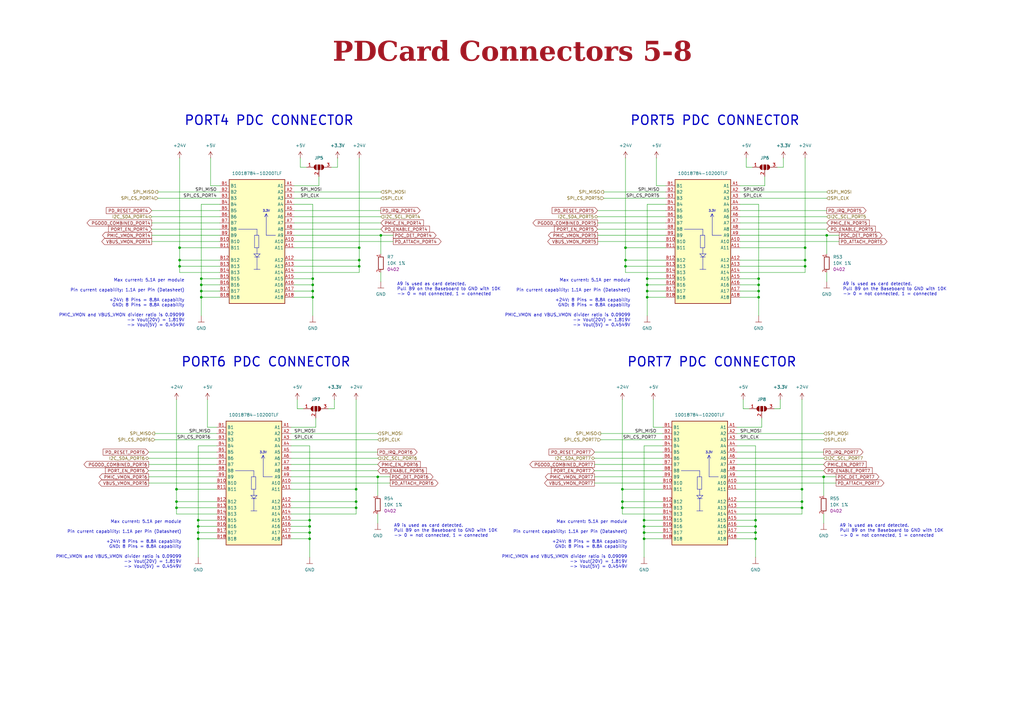
<source format=kicad_sch>
(kicad_sch (version 20250114) (generator "eeschema") (generator_version "9.0")
  (paper "A3")
  (title_block (title "PDCard Connectors 5-8") (date "2026-02-05") (rev "1.0.0") (company "DvidMakesThings"))
  (lib_symbols
    (symbol "DS_Connector:PCIe 1x Connector" (exclude_from_sim yes) (in_bom no)
      (property "Value" "10018784-10200TLF" (at -1.778 -9.144 0))
      (symbol "PCIe 1x Connector_0_1"
        (rectangle (start -3.81 43.18) (end 19.05 -7.62) (stroke (width 0.254)) (fill (type background)))
      )
      (symbol "PCIe 1x Connector_1_1"
        (pin passive line (at -7.62 40.64 0) (length 3.81) (name "B1") (number "B1"))
        (pin passive line (at -7.62 38.1 0) (length 3.81) (name "B2") (number "B2"))
        (pin passive line (at -7.62 35.56 0) (length 3.81) (name "B3") (number "B3"))
        (pin passive line (at -7.62 33.02 0) (length 3.81) (name "B4") (number "B4"))
        (pin passive line (at -7.62 30.48 0) (length 3.81) (name "B5") (number "B5"))
        (pin passive line (at -7.62 27.94 0) (length 3.81) (name "B6") (number "B6"))
        (pin passive line (at -7.62 25.4 0) (length 3.81) (name "B7") (number "B7"))
        (pin passive line (at -7.62 22.86 0) (length 3.81) (name "B8") (number "B8"))
        (pin passive line (at -7.62 20.32 0) (length 3.81) (name "B9") (number "B9"))
        (pin passive line (at -7.62 17.78 0) (length 3.81) (name "B10") (number "B10"))
        (pin passive line (at -7.62 15.24 0) (length 3.81) (name "B11") (number "B11"))
        (pin passive line (at -7.62 10.16 0) (length 3.81) (name "B12") (number "B12"))
        (pin passive line (at -7.62 7.62 0) (length 3.81) (name "B13") (number "B13"))
        (pin passive line (at -7.62 5.08 0) (length 3.81) (name "B13") (number "B14"))
        (pin passive line (at -7.62 2.54 0) (length 3.81) (name "B15") (number "B15"))
        (pin passive line (at -7.62 0 0) (length 3.81) (name "B16") (number "B16"))
        (pin passive line (at -7.62 -2.54 0) (length 3.81) (name "B17") (number "B17"))
        (pin passive line (at -7.62 -5.08 0) (length 3.81) (name "B18") (number "B18"))
        (pin passive line (at 22.86 40.64 180) (length 3.81) (name "A1") (number "A1"))
        (pin passive line (at 22.86 38.1 180) (length 3.81) (name "A2") (number "A2"))
        (pin passive line (at 22.86 35.56 180) (length 3.81) (name "A3") (number "A3"))
        (pin passive line (at 22.86 33.02 180) (length 3.81) (name "A4") (number "A4"))
        (pin passive line (at 22.86 30.48 180) (length 3.81) (name "A5") (number "A5"))
        (pin passive line (at 22.86 27.94 180) (length 3.81) (name "A6") (number "A6"))
        (pin passive line (at 22.86 25.4 180) (length 3.81) (name "A7") (number "A7"))
        (pin passive line (at 22.86 22.86 180) (length 3.81) (name "A8") (number "A8"))
        (pin passive line (at 22.86 20.32 180) (length 3.81) (name "A9") (number "A9"))
        (pin passive line (at 22.86 17.78 180) (length 3.81) (name "A10") (number "A10"))
        (pin passive line (at 22.86 15.24 180) (length 3.81) (name "A11") (number "A11"))
        (pin passive line (at 22.86 10.16 180) (length 3.81) (name "A12") (number "A12"))
        (pin passive line (at 22.86 7.62 180) (length 3.81) (name "A13") (number "A13"))
        (pin passive line (at 22.86 5.08 180) (length 3.81) (name "A14") (number "A14"))
        (pin passive line (at 22.86 2.54 180) (length 3.81) (name "A15") (number "A15"))
        (pin passive line (at 22.86 0 180) (length 3.81) (name "A16") (number "A16"))
        (pin passive line (at 22.86 -2.54 180) (length 3.81) (name "A17") (number "A17"))
        (pin passive line (at 22.86 -5.08 180) (length 3.81) (name "A18") (number "A18"))
      )
    )
    (symbol "DS_Resistor_0402:10K 1% 0402"
      (property "Reference" "R" (at 2.032 2.032 0))
      (property "Value" "10K 1%" (at 2.032 0 0))
      (property "FOOTPRINT_SHORT" "0402" (at 2.032 -2.032 0))
      (symbol "10K 1% 0402_0_1"
        (rectangle (start -1.016 2.54) (end 1.016 -2.54) (stroke (width 0.254)))
      )
      (symbol "10K 1% 0402_1_1"
        (pin passive line (at 0 3.81 270) (length 1.27) (name "~") (number "1"))
        (pin passive line (at 0 -3.81 90) (length 1.27) (name "~") (number "2"))
      )
    )
    (symbol "DS_Supply:GND" (power) (pin_numbers (hide yes)) (pin_names (offset 0) (hide yes))
      (property "Value" "GND" (at 0 -3.81 0))
      (symbol "GND_0_1"
        (polyline (pts (xy 0 0) (xy 0 -2.54) (xy 1.27 -2.54) (xy 0 -2.54) (xy -1.27 -2.54) (xy 0 -2.54)))
      )
      (symbol "GND_1_1"
        (pin power_in line (at 0 0 270) (length 0) (name "~") (number "1"))
      )
    )
    (symbol "Jumper:SolderJumper_3_Open" (pin_names (offset 0) (hide yes)) (in_bom no)
      (property "Reference" "JP" (at -2.54 -2.54 0))
      (property "Value" "SolderJumper_3_Open" (at 0 2.794 0))
      (symbol "SolderJumper_3_Open_0_1"
        (polyline (pts (xy -2.54 0) (xy -2.032 0)))
        (polyline (pts (xy -1.016 1.016) (xy -1.016 -1.016)))
        (arc (start -1.016 -1.016) (mid -2.0276 0) (end -1.016 1.016))
        (arc (start -1.016 -1.016) (mid -2.0276 0) (end -1.016 1.016) (fill (type outline)))
        (rectangle (start -0.508 1.016) (end 0.508 -1.016) (fill (type outline)))
        (polyline (pts (xy 0 -1.27) (xy 0 -1.016)))
        (arc (start 1.016 1.016) (mid 2.0276 0) (end 1.016 -1.016))
        (arc (start 1.016 1.016) (mid 2.0276 0) (end 1.016 -1.016) (fill (type outline)))
        (polyline (pts (xy 1.016 1.016) (xy 1.016 -1.016)))
        (polyline (pts (xy 2.54 0) (xy 2.032 0)))
      )
      (symbol "SolderJumper_3_Open_1_1"
        (pin passive line (at -5.08 0 0) (length 2.54) (name "A") (number "1"))
        (pin passive line (at 0 -3.81 90) (length 2.54) (name "C") (number "2"))
        (pin passive line (at 5.08 0 180) (length 2.54) (name "B") (number "3"))
      )
    )
    (symbol "power:+24V" (power) (pin_numbers (hide yes)) (pin_names (offset 0) (hide yes))
      (property "Value" "+24V" (at 0 3.556 0))
      (symbol "+24V_0_1"
        (polyline (pts (xy -0.762 1.27) (xy 0 2.54)))
        (polyline (pts (xy 0 2.54) (xy 0.762 1.27)))
        (polyline (pts (xy 0 0) (xy 0 2.54)))
      )
      (symbol "+24V_1_1"
        (pin power_in line (at 0 0 90) (length 0) (name "~") (number "1"))
      )
    )
    (symbol "power:+3.3V" (power) (pin_numbers (hide yes)) (pin_names (offset 0) (hide yes))
      (property "Value" "+3.3V" (at 0 3.556 0))
      (symbol "+3.3V_0_1"
        (polyline (pts (xy -0.762 1.27) (xy 0 2.54)))
        (polyline (pts (xy 0 2.54) (xy 0.762 1.27)))
        (polyline (pts (xy 0 0) (xy 0 2.54)))
      )
      (symbol "+3.3V_1_1"
        (pin power_in line (at 0 0 90) (length 0) (name "~") (number "1"))
      )
    )
    (symbol "power:+5V" (power) (pin_numbers (hide yes)) (pin_names (offset 0) (hide yes))
      (property "Value" "+5V" (at 0 3.556 0))
      (symbol "+5V_0_1"
        (polyline (pts (xy -0.762 1.27) (xy 0 2.54)))
        (polyline (pts (xy 0 2.54) (xy 0.762 1.27)))
        (polyline (pts (xy 0 0) (xy 0 2.54)))
      )
      (symbol "+5V_1_1"
        (pin power_in line (at 0 0 90) (length 0) (name "~") (number "1"))
      )
    )
  )
  (text "A9 is used as card detected.\nPull B9 on the Baseboard to GND with 10K\n-> 0 = not connected, 1 = connected" (at 161.544 217.678 0) (effects (font (size 1.27 1.27)) (justify left)))
  (text "Max current: 5.1A per module\n\nPin current capability: 1.1A per Pin (Datasheet)\n\n+24V: 8 Pins = 8.8A capability\nGND: 8 Pins = 8.8A capability\n\nPMIC_VMON and VBUS_VMON divider ratio is 0.09099\n-> Vout(20V) = 1.819V\n-> Vout(5V) = 0.4549V" (at 75.692 124.206 0) (effects (font (size 1.27 1.27)) (justify right)))
  (text "3.3V" (at 109.22 86.614 0) (effects (font (size 0.889 0.889))))
  (text "PORT5 PDC CONNECTOR" (at 258.318 49.53 0) (effects (font (size 3.81 3.81) (thickness 0.508) (bold yes)) (justify left)))
  (text "3.3V" (at 290.83 185.674 0) (effects (font (size 0.889 0.889))))
  (text "A9 is used as card detected.\nPull B9 on the Baseboard to GND with 10K\n-> 0 = not connected, 1 = connected" (at 344.424 217.678 0) (effects (font (size 1.27 1.27)) (justify left)))
  (text "PORT7 PDC CONNECTOR" (at 257.048 148.59 0) (effects (font (size 3.81 3.81) (thickness 0.508) (bold yes)) (justify left)))
  (text "Max current: 5.1A per module\n\nPin current capability: 1.1A per Pin (Datasheet)\n\n+24V: 8 Pins = 8.8A capability\nGND: 8 Pins = 8.8A capability\n\nPMIC_VMON and VBUS_VMON divider ratio is 0.09099\n-> Vout(20V) = 1.819V\n-> Vout(5V) = 0.4549V" (at 258.572 124.206 0) (effects (font (size 1.27 1.27)) (justify right)))
  (text "3.3V" (at 292.1 86.614 0) (effects (font (size 0.889 0.889))))
  (text "A9 is used as card detected.\nPull B9 on the Baseboard to GND with 10K\n-> 0 = not connected, 1 = connected" (at 345.694 118.618 0) (effects (font (size 1.27 1.27)) (justify left)))
  (text "PORT4 PDC CONNECTOR" (at 75.438 49.53 0) (effects (font (size 3.81 3.81) (thickness 0.508) (bold yes)) (justify left)))
  (text "A9 is used as card detected.\nPull B9 on the Baseboard to GND with 10K\n-> 0 = not connected, 1 = connected" (at 162.814 118.618 0) (effects (font (size 1.27 1.27)) (justify left)))
  (text "PORT6 PDC CONNECTOR" (at 74.168 148.59 0) (effects (font (size 3.81 3.81) (thickness 0.508) (bold yes)) (justify left)))
  (text "3.3V" (at 107.95 185.674 0) (effects (font (size 0.889 0.889))))
  (text "Max current: 5.1A per module\n\nPin current capability: 1.1A per Pin (Datasheet)\n\n+24V: 8 Pins = 8.8A capability\nGND: 8 Pins = 8.8A capability\n\nPMIC_VMON and VBUS_VMON divider ratio is 0.09099\n-> Vout(20V) = 1.819V\n-> Vout(5V) = 0.4549V" (at 257.302 223.266 0) (effects (font (size 1.27 1.27)) (justify right)))
  (text "Max current: 5.1A per module\n\nPin current capability: 1.1A per Pin (Datasheet)\n\n+24V: 8 Pins = 8.8A capability\nGND: 8 Pins = 8.8A capability\n\nPMIC_VMON and VBUS_VMON divider ratio is 0.09099\n-> Vout(20V) = 1.819V\n-> Vout(5V) = 0.4549V" (at 74.422 223.266 0) (effects (font (size 1.27 1.27)) (justify right)))
  (text_box "PDCard Connectors 5-8" (at 12.7 15.24 0) (size 394.97 12.7) (margins 5.9999 5.9999 5.9999 5.9999) (stroke (width -0.0001)) (effects (font (size 8 8) (thickness 1.2) (bold yes))))
  (junction (at 328.93 208.28))
  (junction (at 311.15 121.92))
  (junction (at 82.55 116.84))
  (junction (at 73.66 101.6))
  (junction (at 255.27 208.28))
  (junction (at 154.94 195.58))
  (junction (at 309.88 218.44))
  (junction (at 265.43 121.92))
  (junction (at 256.54 109.22))
  (junction (at 256.54 106.68))
  (junction (at 264.16 220.98))
  (junction (at 311.15 119.38))
  (junction (at 311.15 114.3))
  (junction (at 256.54 101.6))
  (junction (at 147.32 106.68))
  (junction (at 72.39 205.74))
  (junction (at 127 218.44))
  (junction (at 309.88 215.9))
  (junction (at 146.05 205.74))
  (junction (at 81.28 218.44))
  (junction (at 147.32 109.22))
  (junction (at 82.55 114.3))
  (junction (at 311.15 116.84))
  (junction (at 330.2 101.6))
  (junction (at 264.16 218.44))
  (junction (at 72.39 208.28))
  (junction (at 82.55 121.92))
  (junction (at 147.32 101.6))
  (junction (at 265.43 119.38))
  (junction (at 82.55 119.38))
  (junction (at 339.09 96.52))
  (junction (at 309.88 213.36))
  (junction (at 255.27 205.74))
  (junction (at 146.05 200.66))
  (junction (at 146.05 208.28))
  (junction (at 328.93 205.74))
  (junction (at 81.28 220.98))
  (junction (at 73.66 106.68))
  (junction (at 128.27 121.92))
  (junction (at 255.27 200.66))
  (junction (at 128.27 119.38))
  (junction (at 330.2 109.22))
  (junction (at 127 215.9))
  (junction (at 337.82 195.58))
  (junction (at 265.43 116.84))
  (junction (at 73.66 109.22))
  (junction (at 328.93 200.66))
  (junction (at 128.27 116.84))
  (junction (at 330.2 106.68))
  (junction (at 264.16 213.36))
  (junction (at 72.39 200.66))
  (junction (at 264.16 215.9))
  (junction (at 309.88 220.98))
  (junction (at 128.27 114.3))
  (junction (at 127 213.36))
  (junction (at 265.43 114.3))
  (junction (at 81.28 215.9))
  (junction (at 156.21 96.52))
  (junction (at 81.28 213.36))
  (junction (at 127 220.98))
  (wire (pts (xy 328.93 208.28) (xy 328.93 210.82)))
  (wire (pts (xy 243.84 198.12) (xy 271.78 198.12)))
  (polyline (pts (xy 104.394 105.41) (xy 106.426 105.41)))
  (wire (pts (xy 154.94 214.63) (xy 154.94 210.82)))
  (wire (pts (xy 62.23 88.9) (xy 90.17 88.9)))
  (wire (pts (xy 247.65 81.28) (xy 273.05 81.28)))
  (wire (pts (xy 81.28 213.36) (xy 81.28 215.9)))
  (wire (pts (xy 121.92 167.64) (xy 124.46 167.64)))
  (wire (pts (xy 303.53 88.9) (xy 339.09 88.9)))
  (wire (pts (xy 246.38 180.34) (xy 271.78 180.34)))
  (wire (pts (xy 156.21 115.57) (xy 156.21 111.76)))
  (wire (pts (xy 119.38 220.98) (xy 127 220.98)))
  (wire (pts (xy 337.82 214.63) (xy 337.82 210.82)))
  (wire (pts (xy 264.16 215.9) (xy 271.78 215.9)))
  (polyline (pts (xy 287.02 104.14) (xy 288.29 105.41)))
  (polyline (pts (xy 291.465 88.9) (xy 292.1 87.63)))
  (polyline (pts (xy 104.14 200.66) (xy 104.14 203.2)))
  (polyline (pts (xy 285.75 209.55) (xy 288.29 209.55)))
  (wire (pts (xy 309.88 182.88) (xy 309.88 213.36)))
  (wire (pts (xy 302.26 190.5) (xy 337.82 190.5)))
  (wire (pts (xy 302.26 210.82) (xy 328.93 210.82)))
  (wire (pts (xy 311.15 121.92) (xy 311.15 129.54)))
  (wire (pts (xy 137.16 163.83) (xy 137.16 167.64)))
  (wire (pts (xy 265.43 83.82) (xy 265.43 114.3)))
  (polyline (pts (xy 104.14 204.47) (xy 105.41 203.2)))
  (wire (pts (xy 119.38 198.12) (xy 160.02 198.12)))
  (wire (pts (xy 90.17 111.76) (xy 73.66 111.76)))
  (wire (pts (xy 245.11 99.06) (xy 273.05 99.06)))
  (wire (pts (xy 82.55 114.3) (xy 82.55 116.84)))
  (polyline (pts (xy 105.41 96.52) (xy 106.172 96.52)))
  (wire (pts (xy 265.43 119.38) (xy 273.05 119.38)))
  (polyline (pts (xy 97.79 93.98) (xy 105.41 93.98)))
  (polyline (pts (xy 109.22 87.63) (xy 109.22 96.52)))
  (polyline (pts (xy 287.274 96.52) (xy 287.274 101.6)))
  (wire (pts (xy 119.38 218.44) (xy 127 218.44)))
  (wire (pts (xy 147.32 106.68) (xy 147.32 109.22)))
  (wire (pts (xy 81.28 218.44) (xy 81.28 220.98)))
  (polyline (pts (xy 287.274 105.41) (xy 289.306 105.41)))
  (polyline (pts (xy 108.585 88.9) (xy 109.22 87.63)))
  (polyline (pts (xy 290.83 195.58) (xy 294.64 195.58)))
  (wire (pts (xy 120.65 81.28) (xy 156.21 81.28)))
  (wire (pts (xy 60.96 195.58) (xy 88.9 195.58)))
  (wire (pts (xy 81.28 220.98) (xy 88.9 220.98)))
  (wire (pts (xy 309.88 215.9) (xy 309.88 218.44)))
  (wire (pts (xy 267.97 163.83) (xy 267.97 175.26)))
  (wire (pts (xy 120.65 116.84) (xy 128.27 116.84)))
  (wire (pts (xy 81.28 215.9) (xy 81.28 218.44)))
  (wire (pts (xy 147.32 106.68) (xy 147.32 101.6)))
  (wire (pts (xy 273.05 114.3) (xy 265.43 114.3)))
  (wire (pts (xy 245.11 86.36) (xy 273.05 86.36)))
  (wire (pts (xy 72.39 210.82) (xy 72.39 208.28)))
  (wire (pts (xy 120.65 121.92) (xy 128.27 121.92)))
  (wire (pts (xy 60.96 185.42) (xy 88.9 185.42)))
  (wire (pts (xy 138.43 64.77) (xy 138.43 68.58)))
  (wire (pts (xy 88.9 210.82) (xy 72.39 210.82)))
  (polyline (pts (xy 280.67 93.98) (xy 288.29 93.98)))
  (wire (pts (xy 271.78 208.28) (xy 255.27 208.28)))
  (wire (pts (xy 273.05 109.22) (xy 256.54 109.22)))
  (wire (pts (xy 264.16 182.88) (xy 264.16 213.36)))
  (wire (pts (xy 82.55 116.84) (xy 82.55 119.38)))
  (wire (pts (xy 330.2 101.6) (xy 330.2 64.77)))
  (wire (pts (xy 88.9 205.74) (xy 72.39 205.74)))
  (wire (pts (xy 302.26 215.9) (xy 309.88 215.9)))
  (polyline (pts (xy 287.02 204.47) (xy 288.29 203.2)))
  (wire (pts (xy 302.26 200.66) (xy 328.93 200.66)))
  (wire (pts (xy 273.05 83.82) (xy 265.43 83.82)))
  (wire (pts (xy 303.53 91.44) (xy 339.09 91.44)))
  (wire (pts (xy 320.04 163.83) (xy 320.04 167.64)))
  (wire (pts (xy 120.65 76.2) (xy 130.81 76.2)))
  (polyline (pts (xy 292.1 87.63) (xy 292.1 96.52)))
  (wire (pts (xy 120.65 109.22) (xy 147.32 109.22)))
  (wire (pts (xy 311.15 116.84) (xy 311.15 119.38)))
  (wire (pts (xy 73.66 101.6) (xy 73.66 106.68)))
  (polyline (pts (xy 287.02 104.14) (xy 289.56 104.14)))
  (wire (pts (xy 303.53 93.98) (xy 339.09 93.98)))
  (wire (pts (xy 245.11 88.9) (xy 273.05 88.9)))
  (wire (pts (xy 309.88 220.98) (xy 309.88 228.6)))
  (polyline (pts (xy 107.315 187.96) (xy 107.95 186.69)))
  (polyline (pts (xy 107.315 187.96) (xy 107.95 186.69)))
  (wire (pts (xy 128.27 114.3) (xy 128.27 116.84)))
  (wire (pts (xy 127 182.88) (xy 127 213.36)))
  (polyline (pts (xy 105.41 96.52) (xy 104.394 96.52)))
  (wire (pts (xy 134.62 167.64) (xy 137.16 167.64)))
  (wire (pts (xy 62.23 91.44) (xy 90.17 91.44)))
  (wire (pts (xy 264.16 220.98) (xy 264.16 228.6)))
  (polyline (pts (xy 107.95 186.69) (xy 107.95 195.58)))
  (wire (pts (xy 120.65 111.76) (xy 147.32 111.76)))
  (wire (pts (xy 90.17 106.68) (xy 73.66 106.68)))
  (wire (pts (xy 302.26 220.98) (xy 309.88 220.98)))
  (wire (pts (xy 303.53 96.52) (xy 339.09 96.52)))
  (wire (pts (xy 154.94 195.58) (xy 154.94 203.2)))
  (polyline (pts (xy 290.83 186.69) (xy 290.83 195.58)))
  (wire (pts (xy 119.38 195.58) (xy 154.94 195.58)))
  (wire (pts (xy 330.2 109.22) (xy 330.2 111.76)))
  (polyline (pts (xy 104.14 195.58) (xy 103.124 195.58)))
  (polyline (pts (xy 279.4 193.04) (xy 287.02 193.04)))
  (polyline (pts (xy 104.14 204.47) (xy 104.14 209.55)))
  (wire (pts (xy 255.27 210.82) (xy 255.27 208.28)))
  (polyline (pts (xy 104.14 110.49) (xy 106.68 110.49)))
  (wire (pts (xy 120.65 99.06) (xy 161.29 99.06)))
  (polyline (pts (xy 105.41 93.98) (xy 105.41 96.52)))
  (wire (pts (xy 90.17 109.22) (xy 73.66 109.22)))
  (wire (pts (xy 303.53 106.68) (xy 330.2 106.68)))
  (wire (pts (xy 123.19 64.77) (xy 123.19 68.58)))
  (wire (pts (xy 302.26 177.8) (xy 337.82 177.8)))
  (wire (pts (xy 302.26 218.44) (xy 309.88 218.44)))
  (polyline (pts (xy 104.902 200.66) (xy 104.902 195.58)))
  (wire (pts (xy 86.36 64.77) (xy 86.36 76.2)))
  (wire (pts (xy 120.65 86.36) (xy 156.21 86.36)))
  (polyline (pts (xy 104.14 104.14) (xy 106.68 104.14)))
  (wire (pts (xy 265.43 121.92) (xy 273.05 121.92)))
  (wire (pts (xy 120.65 93.98) (xy 156.21 93.98)))
  (wire (pts (xy 119.38 177.8) (xy 154.94 177.8)))
  (wire (pts (xy 264.16 218.44) (xy 271.78 218.44)))
  (polyline (pts (xy 104.14 104.14) (xy 105.41 105.41)))
  (wire (pts (xy 119.38 175.26) (xy 129.54 175.26)))
  (wire (pts (xy 328.93 205.74) (xy 328.93 200.66)))
  (wire (pts (xy 243.84 193.04) (xy 271.78 193.04)))
  (wire (pts (xy 245.11 91.44) (xy 273.05 91.44)))
  (polyline (pts (xy 287.02 195.58) (xy 286.004 195.58)))
  (polyline (pts (xy 104.14 195.58) (xy 104.902 195.58)))
  (wire (pts (xy 265.43 114.3) (xy 265.43 116.84)))
  (wire (pts (xy 271.78 205.74) (xy 255.27 205.74)))
  (wire (pts (xy 120.65 106.68) (xy 147.32 106.68)))
  (wire (pts (xy 302.26 180.34) (xy 337.82 180.34)))
  (polyline (pts (xy 106.172 101.6) (xy 106.172 96.52)))
  (wire (pts (xy 302.26 185.42) (xy 337.82 185.42)))
  (wire (pts (xy 72.39 200.66) (xy 88.9 200.66)))
  (wire (pts (xy 269.24 64.77) (xy 269.24 76.2)))
  (wire (pts (xy 302.26 187.96) (xy 337.82 187.96)))
  (wire (pts (xy 147.32 109.22) (xy 147.32 111.76)))
  (polyline (pts (xy 103.124 200.66) (xy 104.902 200.66)))
  (wire (pts (xy 120.65 101.6) (xy 147.32 101.6)))
  (wire (pts (xy 63.5 180.34) (xy 88.9 180.34)))
  (wire (pts (xy 302.26 205.74) (xy 328.93 205.74)))
  (wire (pts (xy 120.65 114.3) (xy 128.27 114.3)))
  (wire (pts (xy 60.96 193.04) (xy 88.9 193.04)))
  (wire (pts (xy 119.38 182.88) (xy 127 182.88)))
  (wire (pts (xy 303.53 111.76) (xy 330.2 111.76)))
  (wire (pts (xy 256.54 64.77) (xy 256.54 101.6)))
  (wire (pts (xy 264.16 220.98) (xy 271.78 220.98)))
  (wire (pts (xy 88.9 208.28) (xy 72.39 208.28)))
  (wire (pts (xy 128.27 121.92) (xy 128.27 129.54)))
  (wire (pts (xy 156.21 96.52) (xy 161.29 96.52)))
  (wire (pts (xy 81.28 215.9) (xy 88.9 215.9)))
  (wire (pts (xy 127 213.36) (xy 127 215.9)))
  (wire (pts (xy 246.38 177.8) (xy 271.78 177.8)))
  (wire (pts (xy 120.65 83.82) (xy 128.27 83.82)))
  (wire (pts (xy 128.27 83.82) (xy 128.27 114.3)))
  (wire (pts (xy 243.84 195.58) (xy 271.78 195.58)))
  (wire (pts (xy 328.93 205.74) (xy 328.93 208.28)))
  (wire (pts (xy 119.38 208.28) (xy 146.05 208.28)))
  (wire (pts (xy 304.8 167.64) (xy 307.34 167.64)))
  (polyline (pts (xy 286.004 195.58) (xy 286.004 200.66)))
  (wire (pts (xy 119.38 200.66) (xy 146.05 200.66)))
  (wire (pts (xy 85.09 163.83) (xy 85.09 175.26)))
  (wire (pts (xy 247.65 78.74) (xy 273.05 78.74)))
  (wire (pts (xy 311.15 119.38) (xy 311.15 121.92)))
  (wire (pts (xy 339.09 115.57) (xy 339.09 111.76)))
  (polyline (pts (xy 292.1 96.52) (xy 295.91 96.52)))
  (wire (pts (xy 303.53 86.36) (xy 339.09 86.36)))
  (wire (pts (xy 123.19 68.58) (xy 125.73 68.58)))
  (wire (pts (xy 128.27 119.38) (xy 128.27 121.92)))
  (wire (pts (xy 73.66 109.22) (xy 73.66 106.68)))
  (wire (pts (xy 243.84 190.5) (xy 271.78 190.5)))
  (wire (pts (xy 265.43 119.38) (xy 265.43 121.92)))
  (wire (pts (xy 90.17 83.82) (xy 82.55 83.82)))
  (wire (pts (xy 302.26 193.04) (xy 337.82 193.04)))
  (polyline (pts (xy 103.124 195.58) (xy 103.124 200.66)))
  (polyline (pts (xy 103.124 204.47) (xy 105.156 204.47)))
  (wire (pts (xy 312.42 175.26) (xy 312.42 171.45)))
  (wire (pts (xy 121.92 163.83) (xy 121.92 167.64)))
  (polyline (pts (xy 109.22 87.63) (xy 109.855 88.9)))
  (wire (pts (xy 82.55 83.82) (xy 82.55 114.3)))
  (wire (pts (xy 303.53 114.3) (xy 311.15 114.3)))
  (wire (pts (xy 271.78 213.36) (xy 264.16 213.36)))
  (polyline (pts (xy 286.004 204.47) (xy 288.036 204.47)))
  (polyline (pts (xy 288.29 96.52) (xy 287.274 96.52)))
  (wire (pts (xy 129.54 175.26) (xy 129.54 171.45)))
  (polyline (pts (xy 286.004 200.66) (xy 287.782 200.66)))
  (wire (pts (xy 302.26 213.36) (xy 309.88 213.36)))
  (wire (pts (xy 255.27 200.66) (xy 271.78 200.66)))
  (wire (pts (xy 321.31 64.77) (xy 321.31 68.58)))
  (wire (pts (xy 135.89 68.58) (xy 138.43 68.58)))
  (polyline (pts (xy 288.29 93.98) (xy 288.29 96.52)))
  (wire (pts (xy 90.17 76.2) (xy 86.36 76.2)))
  (polyline (pts (xy 290.83 186.69) (xy 291.465 187.96)))
  (wire (pts (xy 88.9 175.26) (xy 85.09 175.26)))
  (polyline (pts (xy 102.87 203.2) (xy 104.14 204.47)))
  (wire (pts (xy 309.88 218.44) (xy 309.88 220.98)))
  (polyline (pts (xy 287.782 200.66) (xy 287.782 195.58)))
  (wire (pts (xy 72.39 163.83) (xy 72.39 200.66)))
  (wire (pts (xy 127 215.9) (xy 127 218.44)))
  (wire (pts (xy 304.8 163.83) (xy 304.8 167.64)))
  (wire (pts (xy 265.43 121.92) (xy 265.43 129.54)))
  (wire (pts (xy 63.5 177.8) (xy 88.9 177.8)))
  (polyline (pts (xy 287.274 101.6) (xy 289.052 101.6)))
  (wire (pts (xy 243.84 185.42) (xy 271.78 185.42)))
  (wire (pts (xy 303.53 81.28) (xy 339.09 81.28)))
  (wire (pts (xy 90.17 114.3) (xy 82.55 114.3)))
  (wire (pts (xy 264.16 213.36) (xy 264.16 215.9)))
  (wire (pts (xy 303.53 76.2) (xy 313.69 76.2)))
  (wire (pts (xy 120.65 91.44) (xy 156.21 91.44)))
  (polyline (pts (xy 288.29 105.41) (xy 288.29 110.49)))
  (wire (pts (xy 62.23 99.06) (xy 90.17 99.06)))
  (wire (pts (xy 317.5 167.64) (xy 320.04 167.64)))
  (wire (pts (xy 127 220.98) (xy 127 228.6)))
  (wire (pts (xy 60.96 187.96) (xy 88.9 187.96)))
  (wire (pts (xy 72.39 208.28) (xy 72.39 205.74)))
  (wire (pts (xy 306.07 68.58) (xy 308.61 68.58)))
  (wire (pts (xy 243.84 187.96) (xy 271.78 187.96)))
  (wire (pts (xy 82.55 119.38) (xy 90.17 119.38)))
  (wire (pts (xy 255.27 163.83) (xy 255.27 200.66)))
  (wire (pts (xy 302.26 195.58) (xy 337.82 195.58)))
  (wire (pts (xy 62.23 93.98) (xy 90.17 93.98)))
  (polyline (pts (xy 288.29 96.52) (xy 289.052 96.52)))
  (polyline (pts (xy 287.02 110.49) (xy 289.56 110.49)))
  (polyline (pts (xy 104.394 96.52) (xy 104.394 101.6)))
  (wire (pts (xy 256.54 101.6) (xy 256.54 106.68)))
  (wire (pts (xy 154.94 195.58) (xy 160.02 195.58)))
  (wire (pts (xy 303.53 99.06) (xy 344.17 99.06)))
  (wire (pts (xy 62.23 86.36) (xy 90.17 86.36)))
  (wire (pts (xy 120.65 96.52) (xy 156.21 96.52)))
  (wire (pts (xy 119.38 205.74) (xy 146.05 205.74)))
  (wire (pts (xy 81.28 218.44) (xy 88.9 218.44)))
  (polyline (pts (xy 285.75 203.2) (xy 287.02 204.47)))
  (wire (pts (xy 306.07 64.77) (xy 306.07 68.58)))
  (wire (pts (xy 60.96 198.12) (xy 88.9 198.12)))
  (wire (pts (xy 156.21 96.52) (xy 156.21 104.14)))
  (wire (pts (xy 339.09 96.52) (xy 339.09 104.14)))
  (polyline (pts (xy 107.95 186.69) (xy 108.585 187.96)))
  (wire (pts (xy 264.16 218.44) (xy 264.16 220.98)))
  (wire (pts (xy 313.69 76.2) (xy 313.69 72.39)))
  (wire (pts (xy 119.38 187.96) (xy 154.94 187.96)))
  (wire (pts (xy 119.38 190.5) (xy 154.94 190.5)))
  (polyline (pts (xy 287.02 200.66) (xy 287.02 203.2)))
  (wire (pts (xy 303.53 119.38) (xy 311.15 119.38)))
  (wire (pts (xy 339.09 96.52) (xy 344.17 96.52)))
  (wire (pts (xy 302.26 182.88) (xy 309.88 182.88)))
  (wire (pts (xy 328.93 200.66) (xy 328.93 163.83)))
  (polyline (pts (xy 96.52 193.04) (xy 104.14 193.04)))
  (polyline (pts (xy 290.195 187.96) (xy 290.83 186.69)))
  (wire (pts (xy 73.66 101.6) (xy 90.17 101.6)))
  (wire (pts (xy 302.26 175.26) (xy 312.42 175.26)))
  (wire (pts (xy 146.05 205.74) (xy 146.05 208.28)))
  (wire (pts (xy 303.53 116.84) (xy 311.15 116.84)))
  (wire (pts (xy 303.53 121.92) (xy 311.15 121.92)))
  (wire (pts (xy 303.53 78.74) (xy 339.09 78.74)))
  (wire (pts (xy 88.9 213.36) (xy 81.28 213.36)))
  (wire (pts (xy 146.05 205.74) (xy 146.05 200.66)))
  (wire (pts (xy 337.82 195.58) (xy 337.82 203.2)))
  (wire (pts (xy 119.38 193.04) (xy 154.94 193.04)))
  (wire (pts (xy 72.39 200.66) (xy 72.39 205.74)))
  (polyline (pts (xy 290.195 187.96) (xy 290.83 186.69)))
  (polyline (pts (xy 108.585 88.9) (xy 109.22 87.63)))
  (wire (pts (xy 330.2 106.68) (xy 330.2 109.22)))
  (wire (pts (xy 119.38 215.9) (xy 127 215.9)))
  (polyline (pts (xy 289.052 101.6) (xy 289.052 96.52)))
  (wire (pts (xy 302.26 198.12) (xy 342.9 198.12)))
  (wire (pts (xy 73.66 64.77) (xy 73.66 101.6)))
  (wire (pts (xy 60.96 190.5) (xy 88.9 190.5)))
  (wire (pts (xy 146.05 200.66) (xy 146.05 163.83)))
  (wire (pts (xy 255.27 200.66) (xy 255.27 205.74)))
  (wire (pts (xy 256.54 109.22) (xy 256.54 106.68)))
  (wire (pts (xy 119.38 180.34) (xy 154.94 180.34)))
  (wire (pts (xy 265.43 116.84) (xy 265.43 119.38)))
  (wire (pts (xy 88.9 182.88) (xy 81.28 182.88)))
  (wire (pts (xy 64.77 78.74) (xy 90.17 78.74)))
  (polyline (pts (xy 107.95 195.58) (xy 111.76 195.58)))
  (wire (pts (xy 303.53 83.82) (xy 311.15 83.82)))
  (wire (pts (xy 82.55 119.38) (xy 82.55 121.92)))
  (wire (pts (xy 318.77 68.58) (xy 321.31 68.58)))
  (polyline (pts (xy 102.87 203.2) (xy 105.41 203.2)))
  (wire (pts (xy 256.54 101.6) (xy 273.05 101.6)))
  (wire (pts (xy 273.05 111.76) (xy 256.54 111.76)))
  (wire (pts (xy 119.38 210.82) (xy 146.05 210.82)))
  (wire (pts (xy 309.88 213.36) (xy 309.88 215.9)))
  (wire (pts (xy 119.38 213.36) (xy 127 213.36)))
  (wire (pts (xy 127 218.44) (xy 127 220.98)))
  (polyline (pts (xy 287.02 193.04) (xy 287.02 195.58)))
  (polyline (pts (xy 102.87 209.55) (xy 105.41 209.55)))
  (wire (pts (xy 245.11 96.52) (xy 273.05 96.52)))
  (wire (pts (xy 128.27 116.84) (xy 128.27 119.38)))
  (wire (pts (xy 62.23 96.52) (xy 90.17 96.52)))
  (polyline (pts (xy 105.41 101.6) (xy 105.41 104.14)))
  (wire (pts (xy 311.15 114.3) (xy 311.15 116.84)))
  (polyline (pts (xy 104.394 101.6) (xy 106.172 101.6)))
  (polyline (pts (xy 104.14 193.04) (xy 104.14 195.58)))
  (polyline (pts (xy 288.29 105.41) (xy 289.56 104.14)))
  (wire (pts (xy 255.27 208.28) (xy 255.27 205.74)))
  (wire (pts (xy 265.43 116.84) (xy 273.05 116.84)))
  (wire (pts (xy 81.28 220.98) (xy 81.28 228.6)))
  (wire (pts (xy 64.77 81.28) (xy 90.17 81.28)))
  (polyline (pts (xy 287.02 204.47) (xy 287.02 209.55)))
  (polyline (pts (xy 288.29 101.6) (xy 288.29 104.14)))
  (wire (pts (xy 302.26 208.28) (xy 328.93 208.28)))
  (wire (pts (xy 264.16 215.9) (xy 264.16 218.44)))
  (wire (pts (xy 82.55 116.84) (xy 90.17 116.84)))
  (polyline (pts (xy 292.1 87.63) (xy 292.735 88.9)))
  (wire (pts (xy 311.15 83.82) (xy 311.15 114.3)))
  (wire (pts (xy 130.81 76.2) (xy 130.81 72.39)))
  (wire (pts (xy 271.78 182.88) (xy 264.16 182.88)))
  (wire (pts (xy 273.05 76.2) (xy 269.24 76.2)))
  (wire (pts (xy 146.05 208.28) (xy 146.05 210.82)))
  (wire (pts (xy 303.53 109.22) (xy 330.2 109.22)))
  (wire (pts (xy 120.65 78.74) (xy 156.21 78.74)))
  (wire (pts (xy 271.78 210.82) (xy 255.27 210.82)))
  (polyline (pts (xy 105.41 105.41) (xy 106.68 104.14)))
  (wire (pts (xy 245.11 93.98) (xy 273.05 93.98)))
  (polyline (pts (xy 287.02 195.58) (xy 287.782 195.58)))
  (wire (pts (xy 120.65 119.38) (xy 128.27 119.38)))
  (wire (pts (xy 81.28 182.88) (xy 81.28 213.36)))
  (polyline (pts (xy 109.22 96.52) (xy 113.03 96.52)))
  (wire (pts (xy 303.53 101.6) (xy 330.2 101.6)))
  (wire (pts (xy 273.05 106.68) (xy 256.54 106.68)))
  (wire (pts (xy 147.32 101.6) (xy 147.32 64.77)))
  (wire (pts (xy 120.65 88.9) (xy 156.21 88.9)))
  (wire (pts (xy 337.82 195.58) (xy 342.9 195.58)))
  (wire (pts (xy 256.54 111.76) (xy 256.54 109.22)))
  (polyline (pts (xy 291.465 88.9) (xy 292.1 87.63)))
  (wire (pts (xy 82.55 121.92) (xy 82.55 129.54)))
  (polyline (pts (xy 105.41 105.41) (xy 105.41 110.49)))
  (wire (pts (xy 82.55 121.92) (xy 90.17 121.92)))
  (polyline (pts (xy 285.75 203.2) (xy 288.29 203.2)))
  (wire (pts (xy 330.2 106.68) (xy 330.2 101.6)))
  (wire (pts (xy 119.38 185.42) (xy 154.94 185.42)))
  (wire (pts (xy 73.66 111.76) (xy 73.66 109.22)))
  (wire (pts (xy 271.78 175.26) (xy 267.97 175.26)))
  (label "SPI_MOSI" (at 303.53 177.8 0))
  (label "SPI_CLK" (at 120.65 180.34 0))
  (label "SPI_CS_PORT6" (at 86.36 180.34 180))
  (label "SPI_CLK" (at 303.53 180.34 0))
  (label "SPI_MISO" (at 269.24 177.8 180))
  (label "SPI_CS_PORT4" (at 88.9 81.28 180))
  (label "SPI_CS_PORT5" (at 270.51 81.28 180))
  (label "SPI_MISO" (at 270.51 78.74 180))
  (label "SPI_MISO" (at 86.36 177.8 180))
  (label "SPI_MISO" (at 88.9 78.74 180))
  (label "SPI_CLK" (at 123.19 81.28 0))
  (label "SPI_MOSI" (at 304.8 78.74 0))
  (label "SPI_CS_PORT7" (at 269.24 180.34 180))
  (label "SPI_MOSI" (at 120.65 177.8 0))
  (label "SPI_MOSI" (at 123.19 78.74 0))
  (label "SPI_CLK" (at 304.8 81.28 0))
  (global_label "PD_ENABLE_PORT5" (shape input) (at 339.09 93.98 0) (property "Intersheetrefs" "${INTERSHEET_REFS}" (effects (hide yes))))
  (global_label "PMIC_EN_PORT5" (shape input) (at 339.09 91.44 0) (property "Intersheetrefs" "${INTERSHEET_REFS}" (effects (hide yes))))
  (global_label "PORT_EN_PORT5" (shape input) (at 245.11 93.98 180) (property "Intersheetrefs" "${INTERSHEET_REFS}" (effects (hide yes))))
  (global_label "PD_RESET_PORT5" (shape input) (at 245.11 86.36 180) (property "Intersheetrefs" "${INTERSHEET_REFS}" (effects (hide yes))))
  (global_label "PORT_EN_PORT7" (shape input) (at 243.84 193.04 180) (property "Intersheetrefs" "${INTERSHEET_REFS}" (effects (hide yes))))
  (global_label "PGOOD_COMBINED_PORT5" (shape output) (at 245.11 91.44 180) (property "Intersheetrefs" "${INTERSHEET_REFS}" (effects (hide yes))))
  (global_label "PDC_DET_PORT6" (shape output) (at 160.02 195.58 0) (property "Intersheetrefs" "${INTERSHEET_REFS}" (effects (hide yes))))
  (global_label "PMIC_EN_PORT7" (shape input) (at 337.82 190.5 0) (property "Intersheetrefs" "${INTERSHEET_REFS}" (effects (hide yes))))
  (global_label "PDC_DET_PORT5" (shape output) (at 344.17 96.52 0) (property "Intersheetrefs" "${INTERSHEET_REFS}" (effects (hide yes))))
  (global_label "PMIC_EN_PORT4" (shape input) (at 156.21 91.44 0) (property "Intersheetrefs" "${INTERSHEET_REFS}" (effects (hide yes))))
  (global_label "PD_IRQ_PORT6" (shape output) (at 154.94 185.42 0) (property "Intersheetrefs" "${INTERSHEET_REFS}" (effects (hide yes))))
  (global_label "PGOOD_COMBINED_PORT6" (shape output) (at 60.96 190.5 180) (property "Intersheetrefs" "${INTERSHEET_REFS}" (effects (hide yes))))
  (global_label "PD_RESET_PORT7" (shape input) (at 243.84 185.42 180) (property "Intersheetrefs" "${INTERSHEET_REFS}" (effects (hide yes))))
  (global_label "PD_ENABLE_PORT7" (shape input) (at 337.82 193.04 0) (property "Intersheetrefs" "${INTERSHEET_REFS}" (effects (hide yes))))
  (global_label "PD_ATTACH_PORT7" (shape output) (at 342.9 198.12 0) (property "Intersheetrefs" "${INTERSHEET_REFS}" (effects (hide yes))))
  (global_label "PMIC_VMON_PORT5" (shape output) (at 245.11 96.52 180) (property "Intersheetrefs" "${INTERSHEET_REFS}" (effects (hide yes))))
  (global_label "PD_RESET_PORT4" (shape input) (at 62.23 86.36 180) (property "Intersheetrefs" "${INTERSHEET_REFS}" (effects (hide yes))))
  (global_label "PDC_DET_PORT7" (shape output) (at 342.9 195.58 0) (property "Intersheetrefs" "${INTERSHEET_REFS}" (effects (hide yes))))
  (global_label "PGOOD_COMBINED_PORT4" (shape output) (at 62.23 91.44 180) (property "Intersheetrefs" "${INTERSHEET_REFS}" (effects (hide yes))))
  (global_label "VBUS_VMON_PORT6" (shape output) (at 60.96 198.12 180) (property "Intersheetrefs" "${INTERSHEET_REFS}" (effects (hide yes))))
  (global_label "PMIC_VMON_PORT7" (shape output) (at 243.84 195.58 180) (property "Intersheetrefs" "${INTERSHEET_REFS}" (effects (hide yes))))
  (global_label "PORT_EN_PORT6" (shape input) (at 60.96 193.04 180) (property "Intersheetrefs" "${INTERSHEET_REFS}" (effects (hide yes))))
  (global_label "VBUS_VMON_PORT4" (shape output) (at 62.23 99.06 180) (property "Intersheetrefs" "${INTERSHEET_REFS}" (effects (hide yes))))
  (global_label "PD_IRQ_PORT7" (shape output) (at 337.82 185.42 0) (property "Intersheetrefs" "${INTERSHEET_REFS}" (effects (hide yes))))
  (global_label "PD_ATTACH_PORT4" (shape output) (at 161.29 99.06 0) (property "Intersheetrefs" "${INTERSHEET_REFS}" (effects (hide yes))))
  (global_label "PD_ENABLE_PORT6" (shape input) (at 154.94 193.04 0) (property "Intersheetrefs" "${INTERSHEET_REFS}" (effects (hide yes))))
  (global_label "PD_RESET_PORT6" (shape input) (at 60.96 185.42 180) (property "Intersheetrefs" "${INTERSHEET_REFS}" (effects (hide yes))))
  (global_label "PORT_EN_PORT4" (shape input) (at 62.23 93.98 180) (property "Intersheetrefs" "${INTERSHEET_REFS}" (effects (hide yes))))
  (global_label "PMIC_VMON_PORT4" (shape output) (at 62.23 96.52 180) (property "Intersheetrefs" "${INTERSHEET_REFS}" (effects (hide yes))))
  (global_label "PD_ATTACH_PORT5" (shape output) (at 344.17 99.06 0) (property "Intersheetrefs" "${INTERSHEET_REFS}" (effects (hide yes))))
  (global_label "PDC_DET_PORT4" (shape output) (at 161.29 96.52 0) (property "Intersheetrefs" "${INTERSHEET_REFS}" (effects (hide yes))))
  (global_label "VBUS_VMON_PORT7" (shape output) (at 243.84 198.12 180) (property "Intersheetrefs" "${INTERSHEET_REFS}" (effects (hide yes))))
  (global_label "PMIC_VMON_PORT6" (shape output) (at 60.96 195.58 180) (property "Intersheetrefs" "${INTERSHEET_REFS}" (effects (hide yes))))
  (global_label "VBUS_VMON_PORT5" (shape output) (at 245.11 99.06 180) (property "Intersheetrefs" "${INTERSHEET_REFS}" (effects (hide yes))))
  (global_label "PD_IRQ_PORT5" (shape output) (at 339.09 86.36 0) (property "Intersheetrefs" "${INTERSHEET_REFS}" (effects (hide yes))))
  (global_label "PGOOD_COMBINED_PORT7" (shape output) (at 243.84 190.5 180) (property "Intersheetrefs" "${INTERSHEET_REFS}" (effects (hide yes))))
  (global_label "PMIC_EN_PORT6" (shape input) (at 154.94 190.5 0) (property "Intersheetrefs" "${INTERSHEET_REFS}" (effects (hide yes))))
  (global_label "PD_IRQ_PORT4" (shape output) (at 156.21 86.36 0) (property "Intersheetrefs" "${INTERSHEET_REFS}" (effects (hide yes))))
  (global_label "PD_ENABLE_PORT4" (shape input) (at 156.21 93.98 0) (property "Intersheetrefs" "${INTERSHEET_REFS}" (effects (hide yes))))
  (global_label "PD_ATTACH_PORT6" (shape output) (at 160.02 198.12 0) (property "Intersheetrefs" "${INTERSHEET_REFS}" (effects (hide yes))))
  (hierarchical_label "SPI_MISO" (shape output) (at 64.77 78.74 180))
  (hierarchical_label "I2C_SCL_PORT5" (shape input) (at 339.09 88.9 0))
  (hierarchical_label "I2C_SDA_PORT6" (shape bidirectional) (at 60.96 187.96 180))
  (hierarchical_label "SPI_MISO" (shape output) (at 247.65 78.74 180))
  (hierarchical_label "SPI_MISO" (shape output) (at 246.38 177.8 180))
  (hierarchical_label "SPI_CLK" (shape input) (at 154.94 180.34 0))
  (hierarchical_label "I2C_SDA_PORT4" (shape bidirectional) (at 62.23 88.9 180))
  (hierarchical_label "SPI_MOSI" (shape input) (at 337.82 177.8 0))
  (hierarchical_label "SPI_MOSI" (shape input) (at 154.94 177.8 0))
  (hierarchical_label "SPI_CS_PORT6" (shape input) (at 63.5 180.34 180))
  (hierarchical_label "I2C_SDA_PORT7" (shape bidirectional) (at 243.84 187.96 180))
  (hierarchical_label "SPI_CLK" (shape input) (at 339.09 81.28 0))
  (hierarchical_label "SPI_MISO" (shape output) (at 63.5 177.8 180))
  (hierarchical_label "I2C_SDA_PORT5" (shape bidirectional) (at 245.11 88.9 180))
  (hierarchical_label "SPI_CLK" (shape input) (at 156.21 81.28 0))
  (hierarchical_label "SPI_CS_PORT5" (shape input) (at 247.65 81.28 180))
  (hierarchical_label "SPI_MOSI" (shape input) (at 156.21 78.74 0))
  (hierarchical_label "SPI_CLK" (shape input) (at 337.82 180.34 0))
  (hierarchical_label "I2C_SCL_PORT7" (shape input) (at 337.82 187.96 0))
  (hierarchical_label "I2C_SCL_PORT4" (shape input) (at 156.21 88.9 0))
  (hierarchical_label "I2C_SCL_PORT6" (shape input) (at 154.94 187.96 0))
  (hierarchical_label "SPI_CS_PORT4" (shape input) (at 64.77 81.28 180))
  (hierarchical_label "SPI_CS_PORT7" (shape input) (at 246.38 180.34 180))
  (hierarchical_label "SPI_MOSI" (shape input) (at 339.09 78.74 0))
  (symbol (lib_id "DS_Supply:GND") (at 128.27 129.54 0) (unit 1)
    (property "Reference" "#PWR0113" (effects (hide yes)))
    (property "Value" "GND" (at 128.27 134.62 0))
    (property "Description" "Power symbol creates a global label with name \"GND\" , ground" (effects (hide yes)))
  )
  (symbol (lib_id "power:+3.3V") (at 138.43 64.77 0) (unit 1)
    (property "Reference" "#PWR0103" (effects (hide yes)))
    (property "Value" "+3.3V" (at 138.43 59.69 0))
    (property "Description" "Power symbol creates a global label with name \"+3.3V\"" (effects (hide yes)))
  )
  (symbol (lib_id "DS_Connector:PCIe 1x Connector") (at 279.4 215.9 0) (unit 1) (exclude_from_sim yes) (in_bom no)
    (property "Reference" "J11" (effects (hide yes)))
    (property "Value" "10018784-10200TLF" (at 287.02 170.18 0))
    (property "Footprint" "DS_Connector:AMPHENOL_10018784-10210TLF" (effects (hide yes)))
    (property "Datasheet" "https://www.waldom.com/upload/parts/datasheets/mf-fci/fci-10018784-10200tlf.pdf" (effects (hide yes)))
    (property "Description" "36 Position Female Connector PCI Express Gold 0.039\" (1.00mm) Black" (effects (hide yes)))
    (property "LCSC_PART" "C5437695" (effects (hide yes)))
    (property "MPN" "10018784-10200TLF " (effects (hide yes)))
    (property "MFR" "Amphenol ICC (FCI)" (effects (hide yes)))
    (property "ROHS" "YES" (effects (hide yes)))
    (property "DIST1" "https://www.digikey.de/en/products/detail/amphenol-cs-fci/10018784-10200TLF/1002340" (effects (hide yes)))
  )
  (symbol (lib_id "DS_Supply:GND") (at 337.82 214.63 0) (unit 1)
    (property "Reference" "#PWR0127" (effects (hide yes)))
    (property "Value" "GND" (at 337.82 219.71 0))
    (property "Description" "Power symbol creates a global label with name \"GND\" , ground" (effects (hide yes)))
  )
  (symbol (lib_id "power:+24V") (at 328.93 163.83 0) (unit 1)
    (property "Reference" "#PWR0125" (effects (hide yes)))
    (property "Value" "+24V" (at 328.93 158.75 0))
    (property "Description" "Power symbol creates a global label with name \"+24V\"" (effects (hide yes)))
  )
  (symbol (lib_id "DS_Resistor_0402:10K 1% 0402") (at 337.82 207.01 0) (unit 1)
    (property "Reference" "R55" (at 340.36 204.4699 0) (effects (justify left)))
    (property "Value" "10K 1%" (at 340.36 207.0099 0) (effects (justify left)))
    (property "Footprint" "Resistor_SMD:R_0402_1005Metric" (effects (hide yes)))
    (property "Description" "62.5mW Thick Film Resistors 50V ±100ppm/℃ ±1% 10kΩ 0402 Chip Resistor - Surface Mount ROHS" (effects (hide yes)))
    (property "LCSC_PART" "C25744" (effects (hide yes)))
    (property "ROHS" "YES" (effects (hide yes)))
    (property "FOOTPRINT_SHORT" "0402" (at 340.36 209.5499 0) (effects (justify left)))
    (property "MFR" "ROHM" (effects (hide yes)))
  )
  (symbol (lib_id "power:+24V") (at 255.27 163.83 0) (unit 1)
    (property "Reference" "#PWR0121" (effects (hide yes)))
    (property "Value" "+24V" (at 255.27 158.75 0))
    (property "Description" "Power symbol creates a global label with name \"+24V\"" (effects (hide yes)))
  )
  (symbol (lib_id "power:+24V") (at 147.32 64.77 0) (unit 1)
    (property "Reference" "#PWR0104" (effects (hide yes)))
    (property "Value" "+24V" (at 147.32 59.69 0))
    (property "Description" "Power symbol creates a global label with name \"+24V\"" (effects (hide yes)))
  )
  (symbol (lib_id "DS_Supply:GND") (at 82.55 129.54 0) (unit 1)
    (property "Reference" "#PWR0112" (effects (hide yes)))
    (property "Value" "GND" (at 82.55 134.62 0))
    (property "Description" "Power symbol creates a global label with name \"GND\" , ground" (effects (hide yes)))
  )
  (symbol (lib_id "DS_Supply:GND") (at 309.88 228.6 0) (unit 1)
    (property "Reference" "#PWR0131" (effects (hide yes)))
    (property "Value" "GND" (at 309.88 233.68 0))
    (property "Description" "Power symbol creates a global label with name \"GND\" , ground" (effects (hide yes)))
  )
  (symbol (lib_id "power:+5V") (at 86.36 64.77 0) (unit 1)
    (property "Reference" "#PWR0101" (effects (hide yes)))
    (property "Value" "+5V" (at 86.36 59.69 0))
    (property "Description" "Power symbol creates a global label with name \"+5V\"" (effects (hide yes)))
  )
  (symbol (lib_id "DS_Supply:GND") (at 265.43 129.54 0) (unit 1)
    (property "Reference" "#PWR0114" (effects (hide yes)))
    (property "Value" "GND" (at 265.43 134.62 0))
    (property "Description" "Power symbol creates a global label with name \"GND\" , ground" (effects (hide yes)))
  )
  (symbol (lib_id "power:+5V") (at 123.19 64.77 0) (unit 1)
    (property "Reference" "#PWR0102" (effects (hide yes)))
    (property "Value" "+5V" (at 123.19 59.69 0))
    (property "Description" "Power symbol creates a global label with name \"+5V\"" (effects (hide yes)))
  )
  (symbol (lib_id "power:+24V") (at 146.05 163.83 0) (unit 1)
    (property "Reference" "#PWR0120" (effects (hide yes)))
    (property "Value" "+24V" (at 146.05 158.75 0))
    (property "Description" "Power symbol creates a global label with name \"+24V\"" (effects (hide yes)))
  )
  (symbol (lib_id "DS_Supply:GND") (at 154.94 214.63 0) (unit 1)
    (property "Reference" "#PWR0126" (effects (hide yes)))
    (property "Value" "GND" (at 154.94 219.71 0))
    (property "Description" "Power symbol creates a global label with name \"GND\" , ground" (effects (hide yes)))
  )
  (symbol (lib_id "power:+5V") (at 85.09 163.83 0) (unit 1)
    (property "Reference" "#PWR0117" (effects (hide yes)))
    (property "Value" "+5V" (at 85.09 158.75 0))
    (property "Description" "Power symbol creates a global label with name \"+5V\"" (effects (hide yes)))
  )
  (symbol (lib_id "DS_Supply:GND") (at 156.21 115.57 0) (unit 1)
    (property "Reference" "#PWR0110" (effects (hide yes)))
    (property "Value" "GND" (at 156.21 120.65 0))
    (property "Description" "Power symbol creates a global label with name \"GND\" , ground" (effects (hide yes)))
  )
  (symbol (lib_id "DS_Supply:GND") (at 311.15 129.54 0) (unit 1)
    (property "Reference" "#PWR0115" (effects (hide yes)))
    (property "Value" "GND" (at 311.15 134.62 0))
    (property "Description" "Power symbol creates a global label with name \"GND\" , ground" (effects (hide yes)))
  )
  (symbol (lib_id "power:+3.3V") (at 320.04 163.83 0) (unit 1)
    (property "Reference" "#PWR0124" (effects (hide yes)))
    (property "Value" "+3.3V" (at 320.04 158.75 0))
    (property "Description" "Power symbol creates a global label with name \"+3.3V\"" (effects (hide yes)))
  )
  (symbol (lib_id "power:+24V") (at 330.2 64.77 0) (unit 1)
    (property "Reference" "#PWR0109" (effects (hide yes)))
    (property "Value" "+24V" (at 330.2 59.69 0))
    (property "Description" "Power symbol creates a global label with name \"+24V\"" (effects (hide yes)))
  )
  (symbol (lib_id "DS_Connector:PCIe 1x Connector") (at 280.67 116.84 0) (unit 1) (exclude_from_sim yes) (in_bom no)
    (property "Reference" "J9" (effects (hide yes)))
    (property "Value" "10018784-10200TLF" (at 288.29 71.12 0))
    (property "Footprint" "DS_Connector:AMPHENOL_10018784-10210TLF" (effects (hide yes)))
    (property "Datasheet" "https://www.waldom.com/upload/parts/datasheets/mf-fci/fci-10018784-10200tlf.pdf" (effects (hide yes)))
    (property "Description" "36 Position Female Connector PCI Express Gold 0.039\" (1.00mm) Black" (effects (hide yes)))
    (property "LCSC_PART" "C5437695" (effects (hide yes)))
    (property "MPN" "10018784-10200TLF " (effects (hide yes)))
    (property "MFR" "Amphenol ICC (FCI)" (effects (hide yes)))
    (property "ROHS" "YES" (effects (hide yes)))
    (property "DIST1" "https://www.digikey.de/en/products/detail/amphenol-cs-fci/10018784-10200TLF/1002340" (effects (hide yes)))
  )
  (symbol (lib_id "power:+5V") (at 304.8 163.83 0) (unit 1)
    (property "Reference" "#PWR0123" (effects (hide yes)))
    (property "Value" "+5V" (at 304.8 158.75 0))
    (property "Description" "Power symbol creates a global label with name \"+5V\"" (effects (hide yes)))
  )
  (symbol (lib_id "power:+24V") (at 256.54 64.77 0) (unit 1)
    (property "Reference" "#PWR0105" (effects (hide yes)))
    (property "Value" "+24V" (at 256.54 59.69 0))
    (property "Description" "Power symbol creates a global label with name \"+24V\"" (effects (hide yes)))
  )
  (symbol (lib_id "Jumper:SolderJumper_3_Open") (at 129.54 167.64 0) (unit 1) (in_bom no)
    (property "Reference" "JP7" (at 129.54 163.83 0))
    (property "Value" "SolderJumper_3_Open" (effects (hide yes)))
    (property "Footprint" "Jumper:SolderJumper-3_P1.3mm_Open_Pad1.0x1.5mm" (effects (hide yes)))
    (property "Description" "Solder Jumper, 3-pole, open" (effects (hide yes)))
  )
  (symbol (lib_id "power:+3.3V") (at 137.16 163.83 0) (unit 1)
    (property "Reference" "#PWR0119" (effects (hide yes)))
    (property "Value" "+3.3V" (at 137.16 158.75 0))
    (property "Description" "Power symbol creates a global label with name \"+3.3V\"" (effects (hide yes)))
  )
  (symbol (lib_id "power:+24V") (at 72.39 163.83 0) (unit 1)
    (property "Reference" "#PWR0116" (effects (hide yes)))
    (property "Value" "+24V" (at 72.39 158.75 0))
    (property "Description" "Power symbol creates a global label with name \"+24V\"" (effects (hide yes)))
  )
  (symbol (lib_id "DS_Connector:PCIe 1x Connector") (at 97.79 116.84 0) (unit 1) (exclude_from_sim yes) (in_bom no)
    (property "Reference" "J8" (effects (hide yes)))
    (property "Value" "10018784-10200TLF" (at 105.41 71.12 0))
    (property "Footprint" "DS_Connector:AMPHENOL_10018784-10210TLF" (effects (hide yes)))
    (property "Datasheet" "https://www.waldom.com/upload/parts/datasheets/mf-fci/fci-10018784-10200tlf.pdf" (effects (hide yes)))
    (property "Description" "36 Position Female Connector PCI Express Gold 0.039\" (1.00mm) Black" (effects (hide yes)))
    (property "LCSC_PART" "C5437695" (effects (hide yes)))
    (property "MPN" "10018784-10200TLF " (effects (hide yes)))
    (property "MFR" "Amphenol ICC (FCI)" (effects (hide yes)))
    (property "ROHS" "YES" (effects (hide yes)))
    (property "DIST1" "https://www.digikey.de/en/products/detail/amphenol-cs-fci/10018784-10200TLF/1002340" (effects (hide yes)))
    (instances (project "" (path "" (reference "J4") (unit 1)) (path "" (reference "J8") (unit 1))))
  )
  (symbol (lib_id "DS_Supply:GND") (at 81.28 228.6 0) (unit 1)
    (property "Reference" "#PWR0128" (effects (hide yes)))
    (property "Value" "GND" (at 81.28 233.68 0))
    (property "Description" "Power symbol creates a global label with name \"GND\" , ground" (effects (hide yes)))
  )
  (symbol (lib_id "power:+5V") (at 121.92 163.83 0) (unit 1)
    (property "Reference" "#PWR0118" (effects (hide yes)))
    (property "Value" "+5V" (at 121.92 158.75 0))
    (property "Description" "Power symbol creates a global label with name \"+5V\"" (effects (hide yes)))
  )
  (symbol (lib_id "Jumper:SolderJumper_3_Open") (at 313.69 68.58 0) (unit 1) (in_bom no)
    (property "Reference" "JP6" (at 313.69 64.77 0))
    (property "Value" "SolderJumper_3_Open" (effects (hide yes)))
    (property "Footprint" "Jumper:SolderJumper-3_P1.3mm_Open_Pad1.0x1.5mm" (effects (hide yes)))
    (property "Description" "Solder Jumper, 3-pole, open" (effects (hide yes)))
  )
  (symbol (lib_id "DS_Connector:PCIe 1x Connector") (at 96.52 215.9 0) (unit 1) (exclude_from_sim yes) (in_bom no)
    (property "Reference" "J10" (effects (hide yes)))
    (property "Value" "10018784-10200TLF" (at 104.14 170.18 0))
    (property "Footprint" "DS_Connector:AMPHENOL_10018784-10210TLF" (effects (hide yes)))
    (property "Datasheet" "https://www.waldom.com/upload/parts/datasheets/mf-fci/fci-10018784-10200tlf.pdf" (effects (hide yes)))
    (property "Description" "36 Position Female Connector PCI Express Gold 0.039\" (1.00mm) Black" (effects (hide yes)))
    (property "LCSC_PART" "C5437695" (effects (hide yes)))
    (property "MPN" "10018784-10200TLF " (effects (hide yes)))
    (property "MFR" "Amphenol ICC (FCI)" (effects (hide yes)))
    (property "ROHS" "YES" (effects (hide yes)))
    (property "DIST1" "https://www.digikey.de/en/products/detail/amphenol-cs-fci/10018784-10200TLF/1002340" (effects (hide yes)))
  )
  (symbol (lib_id "DS_Resistor_0402:10K 1% 0402") (at 339.09 107.95 0) (unit 1)
    (property "Reference" "R53" (at 341.63 105.4099 0) (effects (justify left)))
    (property "Value" "10K 1%" (at 341.63 107.9499 0) (effects (justify left)))
    (property "Footprint" "Resistor_SMD:R_0402_1005Metric" (effects (hide yes)))
    (property "Description" "62.5mW Thick Film Resistors 50V ±100ppm/℃ ±1% 10kΩ 0402 Chip Resistor - Surface Mount ROHS" (effects (hide yes)))
    (property "LCSC_PART" "C25744" (effects (hide yes)))
    (property "ROHS" "YES" (effects (hide yes)))
    (property "FOOTPRINT_SHORT" "0402" (at 341.63 110.4899 0) (effects (justify left)))
    (property "MFR" "ROHM" (effects (hide yes)))
  )
  (symbol (lib_id "Jumper:SolderJumper_3_Open") (at 130.81 68.58 0) (unit 1) (in_bom no)
    (property "Reference" "JP5" (at 130.81 64.77 0))
    (property "Value" "SolderJumper_3_Open" (effects (hide yes)))
    (property "Footprint" "Jumper:SolderJumper-3_P1.3mm_Open_Pad1.0x1.5mm" (effects (hide yes)))
    (property "Description" "Solder Jumper, 3-pole, open" (effects (hide yes)))
  )
  (symbol (lib_id "DS_Supply:GND") (at 127 228.6 0) (unit 1)
    (property "Reference" "#PWR0129" (effects (hide yes)))
    (property "Value" "GND" (at 127 233.68 0))
    (property "Description" "Power symbol creates a global label with name \"GND\" , ground" (effects (hide yes)))
  )
  (symbol (lib_id "DS_Supply:GND") (at 264.16 228.6 0) (unit 1)
    (property "Reference" "#PWR0130" (effects (hide yes)))
    (property "Value" "GND" (at 264.16 233.68 0))
    (property "Description" "Power symbol creates a global label with name \"GND\" , ground" (effects (hide yes)))
  )
  (symbol (lib_id "DS_Resistor_0402:10K 1% 0402") (at 156.21 107.95 0) (unit 1)
    (property "Reference" "R52" (at 158.75 105.4099 0) (effects (justify left)))
    (property "Value" "10K 1%" (at 158.75 107.9499 0) (effects (justify left)))
    (property "Footprint" "Resistor_SMD:R_0402_1005Metric" (effects (hide yes)))
    (property "Description" "62.5mW Thick Film Resistors 50V ±100ppm/℃ ±1% 10kΩ 0402 Chip Resistor - Surface Mount ROHS" (effects (hide yes)))
    (property "LCSC_PART" "C25744" (effects (hide yes)))
    (property "ROHS" "YES" (effects (hide yes)))
    (property "FOOTPRINT_SHORT" "0402" (at 158.75 110.4899 0) (effects (justify left)))
    (property "MFR" "ROHM" (effects (hide yes)))
    (instances (project "" (path "" (reference "R7") (unit 1)) (path "" (reference "R52") (unit 1))))
  )
  (symbol (lib_id "power:+3.3V") (at 321.31 64.77 0) (unit 1)
    (property "Reference" "#PWR0108" (effects (hide yes)))
    (property "Value" "+3.3V" (at 321.31 59.69 0))
    (property "Description" "Power symbol creates a global label with name \"+3.3V\"" (effects (hide yes)))
  )
  (symbol (lib_id "Jumper:SolderJumper_3_Open") (at 312.42 167.64 0) (unit 1) (in_bom no)
    (property "Reference" "JP8" (at 312.42 163.83 0))
    (property "Value" "SolderJumper_3_Open" (effects (hide yes)))
    (property "Footprint" "Jumper:SolderJumper-3_P1.3mm_Open_Pad1.0x1.5mm" (effects (hide yes)))
    (property "Description" "Solder Jumper, 3-pole, open" (effects (hide yes)))
  )
  (symbol (lib_id "power:+5V") (at 269.24 64.77 0) (unit 1)
    (property "Reference" "#PWR0106" (effects (hide yes)))
    (property "Value" "+5V" (at 269.24 59.69 0))
    (property "Description" "Power symbol creates a global label with name \"+5V\"" (effects (hide yes)))
  )
  (symbol (lib_id "power:+5V") (at 267.97 163.83 0) (unit 1)
    (property "Reference" "#PWR0122" (effects (hide yes)))
    (property "Value" "+5V" (at 267.97 158.75 0))
    (property "Description" "Power symbol creates a global label with name \"+5V\"" (effects (hide yes)))
  )
  (symbol (lib_id "power:+24V") (at 73.66 64.77 0) (unit 1)
    (property "Reference" "#PWR0100" (effects (hide yes)))
    (property "Value" "+24V" (at 73.66 59.69 0))
    (property "Description" "Power symbol creates a global label with name \"+24V\"" (effects (hide yes)))
  )
  (symbol (lib_id "power:+5V") (at 306.07 64.77 0) (unit 1)
    (property "Reference" "#PWR0107" (effects (hide yes)))
    (property "Value" "+5V" (at 306.07 59.69 0))
    (property "Description" "Power symbol creates a global label with name \"+5V\"" (effects (hide yes)))
  )
  (symbol (lib_id "DS_Resistor_0402:10K 1% 0402") (at 154.94 207.01 0) (unit 1)
    (property "Reference" "R54" (at 157.48 204.4699 0) (effects (justify left)))
    (property "Value" "10K 1%" (at 157.48 207.0099 0) (effects (justify left)))
    (property "Footprint" "Resistor_SMD:R_0402_1005Metric" (effects (hide yes)))
    (property "Description" "62.5mW Thick Film Resistors 50V ±100ppm/℃ ±1% 10kΩ 0402 Chip Resistor - Surface Mount ROHS" (effects (hide yes)))
    (property "LCSC_PART" "C25744" (effects (hide yes)))
    (property "ROHS" "YES" (effects (hide yes)))
    (property "FOOTPRINT_SHORT" "0402" (at 157.48 209.5499 0) (effects (justify left)))
    (property "MFR" "ROHM" (effects (hide yes)))
  )
  (symbol (lib_id "DS_Supply:GND") (at 339.09 115.57 0) (unit 1)
    (property "Reference" "#PWR0111" (effects (hide yes)))
    (property "Value" "GND" (at 339.09 120.65 0))
    (property "Description" "Power symbol creates a global label with name \"GND\" , ground" (effects (hide yes)))
  )
)
</source>
